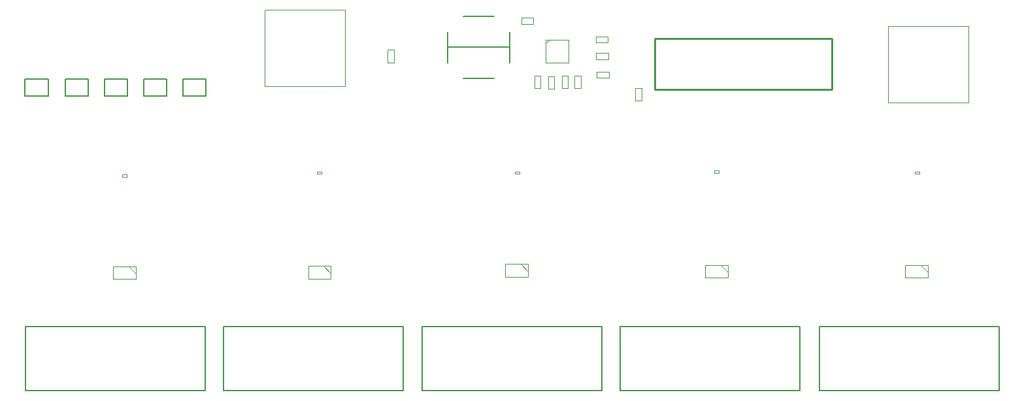
<source format=gbr>
G04 Layer_Color=16711935*
%FSLAX45Y45*%
%MOMM*%
%TF.FileFunction,Other,Mechanical_13*%
%TF.Part,Single*%
G01*
G75*
%TA.AperFunction,NonConductor*%
%ADD60C,0.10000*%
%ADD61C,0.20000*%
%ADD63C,0.12700*%
%ADD64C,0.25400*%
D60*
X10353200Y7402200D02*
Y7482200D01*
Y7402200D02*
X10513200D01*
Y7482200D01*
X10353200D02*
X10513200D01*
X10882000Y6568600D02*
X10962000D01*
Y6728600D01*
X10882000D02*
X10962000D01*
X10882000Y6568600D02*
Y6728600D01*
X10526400Y6568600D02*
X10606400D01*
Y6728600D01*
X10526400D02*
X10606400D01*
X10526400Y6568600D02*
Y6728600D01*
X10704200Y6558300D02*
X10784200D01*
Y6718300D01*
X10704200D02*
X10784200D01*
X10704200Y6558300D02*
Y6718300D01*
X5264800Y4256500D02*
X5359800Y4161500D01*
X5067400Y4256500D02*
X5359800D01*
X5067400Y4094100D02*
Y4256500D01*
Y4094100D02*
X5359800D01*
Y4256500D01*
X7791600Y4262500D02*
X7886600Y4167500D01*
X7594200Y4262500D02*
X7886600D01*
X7594200Y4100100D02*
Y4262500D01*
Y4100100D02*
X7886600D01*
Y4262500D01*
X10344800Y4287900D02*
X10439800Y4192900D01*
X10147400Y4287900D02*
X10439800D01*
X10147400Y4125500D02*
Y4287900D01*
Y4125500D02*
X10439800D01*
Y4287900D01*
X8619400Y6900800D02*
X8703400D01*
Y7066800D01*
X8619400D02*
X8703400D01*
X8619400Y6900800D02*
Y7066800D01*
X8067800Y6596600D02*
Y7586600D01*
X7027800Y6596600D02*
X8067800D01*
X7027800D02*
Y7586600D01*
X8067800D01*
X15109700Y6383400D02*
Y7373400D01*
X16149699D01*
Y6383400D02*
Y7373400D01*
X15109700Y6383400D02*
X16149699D01*
X12935600Y4275200D02*
X13030600Y4180200D01*
X12738200Y4275200D02*
X13030600D01*
X12738200Y4112800D02*
Y4275200D01*
Y4112800D02*
X13030600D01*
Y4275200D01*
X15526401D02*
X15621400Y4180200D01*
X15328999Y4275200D02*
X15621400D01*
X15328999Y4112800D02*
Y4275200D01*
Y4112800D02*
X15621400D01*
Y4275200D01*
X11318400Y7160900D02*
Y7240900D01*
Y7160900D02*
X11478400D01*
Y7240900D01*
X11318400D02*
X11478400D01*
X10670400Y7148500D02*
X10720400Y7198500D01*
X10670400Y6898500D02*
Y7198500D01*
Y6898500D02*
X10970400D01*
Y7198500D01*
X10670400D02*
X10970400D01*
X11047100Y6571000D02*
X11127100D01*
Y6731000D01*
X11047100D02*
X11127100D01*
X11047100Y6571000D02*
Y6731000D01*
X11320800Y6945000D02*
Y7025000D01*
Y6945000D02*
X11480800D01*
Y7025000D01*
X11320800D02*
X11480800D01*
X11331100Y6703700D02*
Y6783700D01*
Y6703700D02*
X11491100D01*
Y6783700D01*
X11331100D02*
X11491100D01*
X5181600Y5420600D02*
Y5450600D01*
Y5420600D02*
X5241600D01*
Y5450600D01*
X5181600D02*
X5241600D01*
X15451300Y5458700D02*
Y5488700D01*
Y5458700D02*
X15511301D01*
Y5488700D01*
X15451300D02*
X15511301D01*
X7708900Y5458700D02*
Y5488700D01*
Y5458700D02*
X7768900D01*
Y5488700D01*
X7708900D02*
X7768900D01*
X10269700Y5458700D02*
Y5488700D01*
Y5458700D02*
X10329700D01*
Y5488700D01*
X10269700D02*
X10329700D01*
X12852400Y5471400D02*
Y5501400D01*
Y5471400D02*
X12912399D01*
Y5501400D01*
X12852400D02*
X12912399D01*
X11832500Y6405500D02*
X11916500D01*
Y6571500D01*
X11832500D02*
X11916500D01*
X11832500Y6405500D02*
Y6571500D01*
D61*
X6271400Y6466800D02*
Y6690800D01*
X5971400D02*
X6271400D01*
X5971400Y6466800D02*
Y6690800D01*
Y6466800D02*
X6271400D01*
X5763400Y6466600D02*
Y6690600D01*
X5463400D02*
X5763400D01*
X5463400Y6466600D02*
Y6690600D01*
Y6466600D02*
X5763400D01*
X5255400Y6466800D02*
Y6690800D01*
X4955400D02*
X5255400D01*
X4955400Y6466800D02*
Y6690800D01*
Y6466800D02*
X5255400D01*
X4747400D02*
Y6690800D01*
X4447400D02*
X4747400D01*
X4447400Y6466800D02*
Y6690800D01*
Y6466800D02*
X4747400D01*
X4226700Y6466600D02*
Y6690600D01*
X3926700D02*
X4226700D01*
X3926700Y6466600D02*
Y6690600D01*
Y6466600D02*
X4226700D01*
X3929700Y2646700D02*
X6255700D01*
Y3474700D01*
X3929700D02*
X6255700D01*
X3929700Y2646700D02*
Y3474700D01*
X6495100Y2646700D02*
X8821100D01*
Y3474700D01*
X6495100D02*
X8821100D01*
X6495100Y2646700D02*
Y3474700D01*
X9073200Y2646700D02*
X11399200D01*
Y3474700D01*
X9073200D02*
X11399200D01*
X9073200Y2646700D02*
Y3474700D01*
X11638600Y2646700D02*
X13964600D01*
Y3474700D01*
X11638600D02*
X13964600D01*
X11638600Y2646700D02*
Y3474700D01*
X14216701Y2646700D02*
X16542700D01*
Y3474700D01*
X14216701D02*
X16542700D01*
X14216701Y2646700D02*
Y3474700D01*
D63*
X9404400Y7099300D02*
X10204400D01*
X9604400Y6699300D02*
X10004400D01*
X9604400Y7499300D02*
X10004400D01*
X9404400Y6899300D02*
Y7299300D01*
X10204400Y6899300D02*
Y7299300D01*
D64*
X12086400Y7213400D02*
X14376401D01*
Y6553400D02*
Y7213400D01*
X12086400Y6553400D02*
X14376401D01*
X12086400D02*
Y7213400D01*
%TF.MD5,da11139687dad499df731566b7cb950a*%
M02*

</source>
